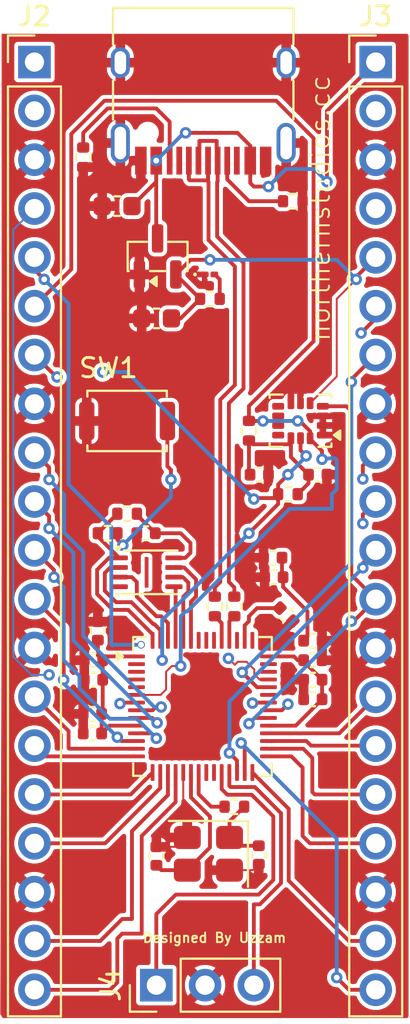
<source format=kicad_pcb>
(kicad_pcb (version 20241229) (generator "pcbnew") (generator_version "9.0")
  (layers (0 "F.Cu" signal) (4 "In1.Cu" signal) (6 "In2.Cu" signal) (8 "In3.Cu" signal) (10 "In4.Cu" signal) (2 "B.Cu" signal) (13 "F.Paste" user) (15 "B.Paste" user) (5 "F.SilkS" user "F.Silkscreen") (7 "B.SilkS" user "B.Silkscreen") (1 "F.Mask" user) (3 "B.Mask" user) (25 "Edge.Cuts" user))
  (net 0 "")
  (net 1 "GND")
  (net 2 "+3V3")
  (net 3 "+1V1")
  (net 4 "VBUS")
  (net 5 "XIN")
  (net 6 "Net-(C16-Pad2)")
  (net 7 "Net-(D1-A)")
  (net 8 "USB D+")
  (net 9 "USB D-")
  (net 10 "Net-(J1-CC2)")
  (net 11 "Net-(J1-CC1)")
  (net 12 "GPIO15")
  (net 13 "GPIO10")
  (net 14 "GPIO14")
  (net 15 "GPIO6")
  (net 16 "GPIO0")
  (net 17 "GPIO8")
  (net 18 "GPIO2")
  (net 19 "GPIO13")
  (net 20 "GPIO3")
  (net 21 "GPIO1")
  (net 22 "GPIO11")
  (net 23 "GPIO12")
  (net 24 "GPIO7")
  (net 25 "GPIO5")
  (net 26 "GPIO4")
  (net 27 "GPIO9")
  (net 28 "GPIO26_ADC0")
  (net 29 "GPIO20")
  (net 30 "GPIO21")
  (net 31 "GPIO19")
  (net 32 "RUN")
  (net 33 "GPIO27_ADC1")
  (net 34 "GPIO22")
  (net 35 "GPIO24")
  (net 36 "GPIO16")
  (net 37 "GPIO23")
  (net 38 "GPIO18")
  (net 39 "GPIO29_ADC3")
  (net 40 "GPIO28_ADC2")
  (net 41 "GPIO17")
  (net 42 "SWD")
  (net 43 "SWCLK")
  (net 44 "Net-(U1-USB_DP)")
  (net 45 "Net-(U1-USB_DM)")
  (net 46 "XOUT")
  (net 47 "Net-(R6-Pad2)")
  (net 48 "QSPI_SS")
  (net 49 "QSPI_SD0")
  (net 50 "QSPI_SD2")
  (net 52 "QSPI_SD3")
  (net 53 "QSPI_SCLK")
  (net 54 "QSPI_SD1")
  (footprint "Capacitor_SMD:C_0402_1005Metric" (layer "F.Cu") (at 138.712 127.762 180)
    (property "Reference" "C4" (hide yes))
    (property "Value" "0.1uF" (hide yes))
  )
  (footprint "Package_LGA:LGA-14_3x2.5mm_P0.5mm_LayoutBorder3x4y" (layer "F.Cu") (at 138.0685 114.288 180)
    (property "Reference" "U4" (hide yes))
    (property "Value" "LSM6DS3" (hide yes))
  )
  (footprint "Capacitor_SMD:C_0402_1005Metric" (layer "F.Cu") (at 127.282 127.762 180)
    (property "Reference" "C3" (hide yes))
    (property "Value" "0.1uF" (hide yes))
  )
  (footprint "Resistor_SMD:R_0402_1005Metric" (layer "F.Cu") (at 134.622 134.366)
    (property "Reference" "R5" (hide yes))
    (property "Value" "1K" (hide yes))
  )
  (footprint "Package_TO_SOT_SMD:SOT-23" (layer "F.Cu") (at 130.622 105.7425 90)
    (property "Reference" "U5" (hide yes))
    (property "Value" "MCP1700x-330xxTT" (hide yes))
  )
  (footprint "Capacitor_SMD:C_0402_1005Metric" (layer "F.Cu") (at 130.02 120.142 180)
    (property "Reference" "C17" (hide yes))
    (property "Value" "0.1uF" (hide yes))
  )
  (footprint "Connector_PinHeader_2.54mm:PinHeader_1x03_P2.54mm_Vertical" (layer "F.Cu") (at 130.556 143.651 90)
    (property "Reference" "J4")
    (property "Value" "Conn_01x03" (hide yes))
  )
  (footprint "Connector_USB:USB_C_Receptacle_HRO_TYPE-C-31-M-12" (layer "F.Cu") (at 133 96.714 180)
    (property "Reference" "J1" (hide yes))
    (property "Value" "USB_C_Receptacle_USB2.0_14P" (hide yes))
  )
  (footprint "Capacitor_SMD:C_0402_1005Metric" (layer "F.Cu") (at 127.508 125.222 90)
    (property "Reference" "C6" (hide yes))
    (property "Value" "0.1uF" (hide yes))
  )
  (footprint "Capacitor_SMD:C_0402_1005Metric" (layer "F.Cu") (at 137.328589 124.374589 -45)
    (property "Reference" "C7" (hide yes))
    (property "Value" "0.1uF" (hide yes))
  )
  (footprint "Capacitor_SMD:C_0402_1005Metric" (layer "F.Cu") (at 127.226 129.54 180)
    (property "Reference" "C5" (hide yes))
    (property "Value" "0.1uF" (hide yes))
  )
  (footprint "Crystal:Crystal_SMD_3225-4Pin_3.2x2.5mm" (layer "F.Cu") (at 133.27 136.818 180)
    (property "Reference" "Y1" (hide yes))
    (property "Value" "12MHz Crystal" (hide yes))
  )
  (footprint "Capacitor_SMD:C_0402_1005Metric" (layer "F.Cu") (at 135.894 136.878 90)
    (property "Reference" "C16" (hide yes))
    (property "Value" "33pF" (hide yes))
  )
  (footprint "Resistor_SMD:R_0402_1005Metric" (layer "F.Cu") (at 126.746 100.586 -90)
    (property "Reference" "R2" (hide yes))
    (property "Value" "5.1K" (hide yes))
  )
  (footprint "Package_SON:Winbond_USON-8-1EP_3x2mm_P0.5mm_EP0.2x1.6mm" (layer "F.Cu") (at 130.048 122.174)
    (property "Reference" "U3" (hide yes))
    (property "Value" "W25Q16JVZPIQ TR" (hide yes))
  )
  (footprint "Capacitor_SMD:C_0402_1005Metric" (layer "F.Cu") (at 138.712 128.778 180)
    (property "Reference" "C9" (hide yes))
    (property "Value" "0.1uF" (hide yes))
  )
  (footprint "Button_Switch_SMD:SW_Push_SPST_NO_Alps_SKRK" (layer "F.Cu") (at 129.032 114.3)
    (property "Reference" "SW1")
    (property "Value" "SW_Push")
  )
  (footprint "Capacitor_SMD:C_0402_1005Metric" (layer "F.Cu") (at 138.966 117.094 180)
    (property "Reference" "C19" (hide yes))
    (property "Value" "0.1uF" (hide yes))
  )
  (footprint "Connector_PinHeader_2.54mm:PinHeader_1x20_P2.54mm_Vertical" (layer "F.Cu") (at 141.986 95.631)
    (property "Reference" "J3")
    (property "Value" "Conn_01x20" (hide yes))
  )
  (footprint "Capacitor_SMD:C_0402_1005Metric" (layer "F.Cu") (at 135.918 117.094)
    (property "Reference" "C18" (hide yes))
    (property "Value" "0.1uF" (hide yes))
  )
  (footprint "Capacitor_SMD:C_0402_1005Metric" (layer "F.Cu") (at 136.68 122.428 180)
    (property "Reference" "C12" (hide yes))
    (property "Value" "0.1uF" (hide yes))
  )
  (footprint "Resistor_SMD:R_0402_1005Metric" (layer "F.Cu") (at 137.666 102.87)
    (property "Reference" "R1" (hide yes))
    (property "Value" "5.1K" (hide yes))
  )
  (footprint "Resistor_SMD:R_0402_1005Metric" (layer "F.Cu") (at 133.348 107.95)
    (property "Reference" "R10" (hide yes))
    (property "Value" "1K" (hide yes))
  )
  (footprint "Connector_PinHeader_2.54mm:PinHeader_1x20_P2.54mm_Vertical" (layer "F.Cu") (at 124.206 95.631)
    (property "Reference" "J2")
    (property "Value" "Conn_01x20" (hide yes))
  )
  (footprint "Capacitor_SMD:C_0402_1005Metric" (layer "F.Cu") (at 127.282 126.746 180)
    (property "Reference" "C2" (hide yes))
    (property "Value" "0.1uF" (hide yes))
  )
  (footprint "Resistor_SMD:R_0402_1005Metric" (layer "F.Cu") (at 135.382 114.806 90)
    (property "Reference" "R8" (hide yes))
    (property "Value" "4.7K" (hide yes))
  )
  (footprint "LED_SMD:LED_01005_0402Metric" (layer "F.Cu") (at 133.329 106.68)
    (property "Reference" "D1" (hide yes))
    (property "Value" "LED" (hide yes))
  )
  (footprint "Capacitor_SMD:C_0603_1608Metric" (layer "F.Cu") (at 130.569 108.966 180)
    (property "Reference" "C14" (hide yes))
    (property "Value" "10uF" (hide yes))
  )
  (footprint "rp2040devboard:hackclub logo" (layer "F.Cu") (at 128.524 139.446)
    (property "Reference" "G***" (hide yes))
    (property "Value" "LOGO" (hide yes))
  )
  (footprint "Resistor_SMD:R_0402_1005Metric" (layer "F.Cu") (at 137.412 118.11)
    (property "Reference" "R9" (hide yes))
    (property "Value" "4.7K" (hide yes))
  )
  (footprint "Capacitor_SMD:C_0603_1608Metric" (layer "F.Cu") (at 128.511 103.124)
    (property "Reference" "C13" (hide yes))
    (property "Value" "10uF" (hide yes))
  )
  (footprint "Resistor_SMD:R_0402_1005Metric" (layer "F.Cu") (at 128.018 120.142)
    (property "Reference" "R6" (hide yes))
    (property "Value" "1K" (hide yes))
  )
  (footprint "Capacitor_SMD:C_0402_1005Metric" (layer "F.Cu") (at 138.712 126.746)
    (property "Reference" "C1" (hide yes))
    (property "Value" "1uF" (hide yes))
  )
  (footprint "Capacitor_SMD:C_0402_1005Metric" (layer "F.Cu") (at 130.56 136.934 -90)
    (property "Reference" "C15" (hide yes))
    (property "Value" "33pF" (hide yes))
  )
  (footprint "Capacitor_SMD:C_0402_1005Metric" (layer "F.Cu") (at 127.226 130.556 180)
    (property "Reference" "C8" (hide yes))
    (property "Value" "0.1uF" (hide yes))
  )
  (footprint "Resistor_SMD:R_0402_1005Metric" (layer "F.Cu") (at 133.604 123.95 -90)
    (property "Reference" "R3" (hide yes))
    (property "Value" "27" (hide yes))
  )
  (footprint "Package_DFN_QFN:QFN-56-1EP_7x7mm_P0.4mm_EP3.2x3.2mm" (layer "F.Cu") (at 132.9605 129.1505)
    (property "Reference" "U1" (hide yes))
    (property "Value" "RP2040" (hide yes))
  )
  (footprint "Capacitor_SMD:C_0402_1005Metric" (layer "F.Cu") (at 136.624 121.412 180)
    (property "Reference" "C11" (hide yes))
    (property "Value" "0.1uF" (hide yes))
  )
  (footprint "Capacitor_SMD:C_0402_1005Metric" (layer "F.Cu") (at 138.712 125.73)
    (property "Reference" "C10" (hide yes))
    (property "Value" "1uF" (hide yes))
  )
  (footprint "Resistor_SMD:R_0402_1005Metric" (layer "F.Cu") (at 134.62 123.95 -90)
    (property "Reference" "R4" (hide yes))
    (property "Value" "27" (hide yes))
  )
  (footprint "Resistor_SMD:R_0402_1005Metric" (layer "F.Cu") (at 129.034 119.126 180)
    (property "Reference" "R7" (hide yes))
    (property "Value" "10K" (hide yes))
  )
  (gr_rect (start 122.596 94.261) (end 143.596 145.261) (stroke (width 0.2)) (fill no) (layer "F.Cu") (net 1))
  (gr_text "Designed By Uzzam" (at 129.794 141.478 0) (layer "F.SilkS") (effects (font (size 0.5 0.5) (thickness 0.1)) (justify left bottom)))
  (gr_text "northernstudios.cc" (at 139.6785 110.236 90) (layer "F.SilkS") (effects (font (size 1 1) (thickness 0.1)) (justify left bottom)))
  (segment (start 131.9605 135.7585) (end 132.17 135.968) (width 0.1) (layer "F.Cu") (net 1))
  (segment (start 134.37 137.668) (end 135.584 137.668) (width 0.1) (layer "F.Cu") (net 1))
  (segment (start 130.56 136.454) (end 131.684 136.454) (width 0.1) (layer "F.Cu") (net 1))
  (segment (start 131.9605 132.588) (end 131.9605 135.7585) (width 0.1) (layer "F.Cu") (net 1))
  (segment (start 135.584 137.668) (end 135.894 137.358) (width 0.1) (layer "F.Cu") (net 1))
  (segment (start 131.684 136.454) (end 132.17 135.968) (width 0.1) (layer "F.Cu") (net 1))
  (segment (start 132.334 105.918) (end 133.35 105.918) (width 0.2) (layer "F.Cu") (net 2))
  (segment (start 129.544 119.186) (end 130.5 120.142) (width 0.2) (layer "F.Cu") (net 2))
  (segment (start 138.486 117.094) (end 137.5685 116.1765) (width 0.2) (layer "F.Cu") (net 2))
  (segment (start 131.572 106.68) (end 131.572 106.684) (width 0.2) (layer "F.Cu") (net 2))
  (segment (start 135.382 117.038) (end 135.438 117.094) (width 0.2) (layer "F.Cu") (net 2))
  (segment (start 131.822 108.966) (end 132.838 107.95) (width 0.2) (layer "F.Cu") (net 2))
  (segment (start 127.762 126.746) (end 127.9585 126.5495) (width 0.2) (layer "F.Cu") (net 2))
  (segment (start 138.232 126.802) (end 139.192 127.762) (width 0.2) (layer "F.Cu") (net 2))
  (segment (start 139.954 107.95) (end 140.97 106.934) (width 0.1) (layer "F.Cu") (net 2))
  (segment (start 135.806822 124.035178) (end 135.382 124.46) (width 0.2) (layer "F.Cu") (net 2))
  (segment (start 129.523 130.1505) (end 128.1115 130.1505) (width 0.2) (layer "F.Cu") (net 2))
  (segment (start 135.382 124.714) (end 135.1605 124.9355) (width 0.2) (layer "F.Cu") (net 2))
  (segment (start 127.762 126.746) (end 127.762 127.762) (width 0.2) (layer "F.Cu") (net 2))
  (segment (start 138.232 126.746) (end 138.232 126.802) (width 0.2) (layer "F.Cu") (net 2))
  (segment (start 132.068 121.424) (end 131.473 121.424) (width 0.2) (layer "F.Cu") (net 2))
  (segment (start 138.486 117.094) (end 138.486 117.546) (width 0.2) (layer "F.Cu") (net 2))
  (segment (start 137.7255 126.5495) (end 136.398 126.5495) (width 0.2) (layer "F.Cu") (net 2))
  (segment (start 132.334 120.65) (end 132.334 121.158) (width 0.2) (layer "F.Cu") (net 2))
  (segment (start 139.192 127.762) (end 139.192 128.778) (width 0.2) (layer "F.Cu") (net 2))
  (segment (start 130.5 120.142) (end 131.826 120.142) (width 0.2) (layer "F.Cu") (net 2))
  (segment (start 127.508 126.492) (end 127.762 126.746) (width 0.2) (layer "F.Cu") (net 2))
  (segment (start 140.97 106.807) (end 141.986 105.791) (width 0.2) (layer "F.Cu") (net 2))
  (segment (start 135.1605 124.9355) (end 135.1605 125.713) (width 0.2) (layer "F.Cu") (net 2))
  (segment (start 127.9585 126.5495) (end 129.523 126.5495) (width 0.2) (layer "F.Cu") (net 2))
  (segment (start 135.58 115.514) (end 137.567499 115.514) (width 0.2) (layer "F.Cu") (net 2))
  (segment (start 132.334 121.158) (end 132.068 121.424) (width 0.2) (layer "F.Cu") (net 2))
  (segment (start 128.1115 130.1505) (end 127.706 130.556) (width 0.2) (layer "F.Cu") (net 2))
  (segment (start 135.382 115.316) (end 135.58 115.514) (width 0.2) (layer "F.Cu") (net 2))
  (segment (start 131.344 108.966) (end 131.822 108.966) (width 0.2) (layer "F.Cu") (net 2))
  (segment (start 137.5685 115.512999) (end 137.5685 115.2005) (width 0.2) (layer "F.Cu") (net 2))
  (segment (start 131.572 106.68) (end 132.334 105.918) (width 0.2) (layer "F.Cu") (net 2))
  (segment (start 139.954 111.99) (end 139.954 107.95) (width 0.1) (layer "F.Cu") (net 2))
  (segment (start 140.97 106.934) (end 140.97 106.807) (width 0.2) (layer "F.Cu") (net 2))
  (segment (start 136.398 130.1505) (end 137.8195 130.1505) (width 0.2) (layer "F.Cu") (net 2))
  (segment (start 129.544 119.126) (end 129.544 119.186) (width 0.2) (layer "F.Cu") (net 2))
  (segment (start 138.232 126.746) (end 137.922 126.746) (width 0.2) (layer "F.Cu") (net 2))
  (segment (start 137.922 126.746) (end 137.7255 126.5495) (width 0.2) (layer "F.Cu") (net 2))
  (segment (start 131.572 106.684) (end 132.838 107.95) (width 0.2) (layer "F.Cu") (net 2))
  (segment (start 127.762 129.484) (end 127.706 129.54) (width 0.2) (layer "F.Cu") (net 2))
  (segment (start 135.382 124.46) (end 135.382 124.714) (width 0.2) (layer "F.Cu") (net 2))
  (segment (start 127.508 125.702) (end 127.508 126.492) (width 0.2) (layer "F.Cu") (net 2))
  (segment (start 137.5685 116.1765) (end 137.5685 115.2005) (width 0.2) (layer "F.Cu") (net 2))
  (segment (start 137.567499 115.514) (end 137.5685 115.512999) (width 0.2) (layer "F.Cu") (net 2))
  (segment (start 131.826 120.142) (end 132.334 120.65) (width 0.2) (layer "F.Cu") (net 2))
  (segment (start 138.5685 113.3755) (end 139.954 111.99) (width 0.1) (layer "F.Cu") (net 2))
  (segment (start 138.486 117.546) (end 137.922 118.11) (width 0.2) (layer "F.Cu") (net 2))
  (segment (start 136.989178 124.035178) (end 135.806822 124.035178) (width 0.2) (layer "F.Cu") (net 2))
  (segment (start 127.762 127.762) (end 127.762 129.484) (width 0.2) (layer "F.Cu") (net 2))
  (segment (start 135.382 115.316) (end 135.382 117.038) (width 0.2) (layer "F.Cu") (net 2))
  (segment (start 137.8195 130.1505) (end 139.192 128.778) (width 0.2) (layer "F.Cu") (net 2))
  (segment (start 127.706 130.556) (end 127.706 129.54) (width 0.2) (layer "F.Cu") (net 2))
  (via (at 133.35 105.918) (size 0.6) (drill 0.3) (layers "F.Cu" "B.Cu") (net 2))
  (via (at 140.97 106.934) (size 0.6) (drill 0.3) (layers "F.Cu" "B.Cu") (net 2))
  (segment (start 139.954 105.918) (end 140.97 106.934) (width 0.2) (layer "B.Cu") (net 2))
  (segment (start 133.35 105.918) (end 139.954 105.918) (width 0.2) (layer "B.Cu") (net 2))
  (segment (start 138.43 124.206) (end 138.43 125.532) (width 0.2) (layer "F.Cu") (net 3))
  (segment (start 137.104 122.372) (end 137.16 122.428) (width 0.2) (layer "F.Cu") (net 3))
  (segment (start 137.16 122.428) (end 137.16 122.936) (width 0.2) (layer "F.Cu") (net 3))
  (segment (start 138.43 125.532) (end 138.232 125.73) (width 0.2) (layer "F.Cu") (net 3))
  (segment (start 137.104 121.412) (end 137.104 122.372) (width 0.2) (layer "F.Cu") (net 3))
  (segment (start 137.16 122.936) (end 138.43 124.206) (width 0.2) (layer "F.Cu") (net 3))
  (segment (start 136.398 102.108) (end 135.636 102.108) (width 0.2) (layer "F.Cu") (net 4))
  (segment (start 135.45 100.759) (end 135.45 99.982) (width 0.2) (layer "F.Cu") (net 4))
  (segment (start 130.55 104.733) (end 130.622 104.805) (width 0.2) (layer "F.Cu") (net 4))
  (segment (start 141.986 95.631) (end 139.446 98.171) (width 0.2) (layer "F.Cu") (net 4))
  (segment (start 130.55 100.759) (end 130.55 104.733) (width 0.2) (layer "F.Cu") (net 4))
  (segment (start 129.286 103.124) (end 130.55 101.86) (width 0.2) (layer "F.Cu") (net 4))
  (segment (start 135.45 99.982) (end 134.782 99.314) (width 0.2) (layer "F.Cu") (net 4))
  (segment (start 130.55 101.86) (end 130.55 100.759) (width 0.2) (layer "F.Cu") (net 4))
  (segment (start 139.446 98.171) (end 139.446 101.854) (width 0.2) (layer "F.Cu") (net 4))
  (segment (start 135.45 101.922) (end 135.45 100.759) (width 0.2) (layer "F.Cu") (net 4))
  (segment (start 134.782 99.314) (end 132.08 99.314) (width 0.2) (layer "F.Cu") (net 4))
  (segment (start 135.636 102.108) (end 135.45 101.922) (width 0.2) (layer "F.Cu") (net 4))
  (via (at 130.55 100.759) (size 0.6) (drill 0.3) (layers "F.Cu" "B.Cu") (net 4))
  (via (at 132.08 99.314) (size 0.6) (drill 0.3) (layers "F.Cu" "B.Cu") (net 4))
  (via (at 139.446 101.854) (size 0.6) (drill 0.3) (layers "F.Cu" "B.Cu") (net 4))
  (via (at 136.398 102.108) (size 0.6) (drill 0.3) (layers "F.Cu" "B.Cu") (net 4))
  (segment (start 139.446 101.854) (end 138.787 101.195) (width 0.2) (layer "B.Cu") (net 4))
  (segment (start 132.08 99.314) (end 131.995 99.314) (width 0.2) (layer "B.Cu") (net 4))
  (segment (start 131.995 99.314) (end 130.55 100.759) (width 0.2) (layer "B.Cu") (net 4))
  (segment (start 137.311 101.195) (end 136.398 102.108) (width 0.2) (layer "B.Cu") (net 4))
  (segment (start 138.787 101.195) (end 137.311 101.195) (width 0.2) (layer "B.Cu") (net 4))
  (segment (start 130.814 137.668) (end 130.56 137.414) (width 0.2) (layer "F.Cu") (net 5))
  (segment (start 133.35 134.874) (end 132.3605 133.8845) (width 0.2) (layer "F.Cu") (net 5))
  (segment (start 133.35 136.488) (end 133.35 134.874) (width 0.2) (layer "F.Cu") (net 5))
  (segment (start 132.17 137.668) (end 130.814 137.668) (width 0.2) (layer "F.Cu") (net 5))
  (segment (start 132.17 137.668) (end 133.35 136.488) (width 0.2) (layer "F.Cu") (net 5))
  (segment (start 132.3605 133.8845) (end 132.3605 132.588) (width 0.2) (layer "F.Cu") (net 5))
  (segment (start 135.894 136.398) (end 134.8 136.398) (width 0.2) (layer "F.Cu") (net 6))
  (segment (start 134.37 135.128) (end 135.132 134.366) (width 0.2) (layer "F.Cu") (net 6))
  (segment (start 134.37 135.968) (end 134.37 135.128) (width 0.2) (layer "F.Cu") (net 6))
  (segment (start 134.8 136.398) (end 134.37 135.968) (width 0.2) (layer "F.Cu") (net 6))
  (segment (start 133.858 106.934) (end 133.858 107.95) (width 0.2) (layer "F.Cu") (net 7))
  (segment (start 133.579 106.68) (end 133.604 106.68) (width 0.2) (layer "F.Cu") (net 7))
  (segment (start 133.604 106.68) (end 133.858 106.934) (width 0.2) (layer "F.Cu") (net 7))
  (segment (start 134.649 106.265198) (end 133.275 104.891198) (width 0.2) (layer "F.Cu") (net 8))
  (segment (start 133.25 100.759) (end 133.25 101.736) (width 0.2) (layer "F.Cu") (net 8))
  (segment (start 133.887 119.313172) (end 133.887 113.190802) (width 0.2) (layer "F.Cu") (net 8))
  (segment (start 133.887 113.190802) (end 134.649 112.428802) (width 0.2) (layer "F.Cu") (net 8))
  (segment (start 133.887 119.459602) (end 133.887 119.313172) (width 0.2) (layer "F.Cu") (net 8))
  (segment (start 133.604 122.959999) (end 133.887 122.676999) (width 0.2) (layer "F.Cu") (net 8))
  (segment (start 132.25 101.736) (end 132.25 100.759) (width 0.2) (layer "F.Cu") (net 8))
  (segment (start 133.25 101.846501) (end 133.25 100.759) (width 0.2) (layer "F.Cu") (net 8))
  (segment (start 133.604 123.44) (end 133.604 122.959999) (width 0.2) (layer "F.Cu") (net 8))
  (segment (start 133.887 122.676999) (end 133.887 119.459602) (width 0.2) (layer "F.Cu") (net 8))
  (segment (start 133.201 101.785) (end 132.299 101.785) (width 0.2) (layer "F.Cu") (net 8))
  (segment (start 133.25 101.736) (end 133.201 101.785) (width 0.2) (layer "F.Cu") (net 8))
  (segment (start 133.275 104.891198) (end 133.275 101.871501) (width 0.2) (layer "F.Cu") (net 8))
  (segment (start 133.275 101.871501) (end 133.25 101.846501) (width 0.2) (layer "F.Cu") (net 8))
  (segment (start 132.299 101.785) (end 132.25 101.736) (width 0.2) (layer "F.Cu") (net 8))
  (segment (start 134.649 112.428802) (end 134.649 106.265198) (width 0.2) (layer "F.Cu") (net 8))
  (segment (start 135.099 106.078802) (end 135.099 106.842232) (width 0.2) (layer "F.Cu") (net 9))
  (segment (start 135.099 106.842232) (end 135.099 107.354736) (width 0.2) (layer "F.Cu") (net 9))
  (segment (start 133.75 100.759) (end 133.75 100.222) (width 0.2) (layer "F.Cu") (net 9))
  (segment (start 134.337 118.776263) (end 134.337 113.377198) (width 0.2) (layer "F.Cu") (net 9))
  (segment (start 134.796619 112.917578) (end 135.099 112.615198) (width 0.2) (layer "F.Cu") (net 9))
  (segment (start 132.799 99.733) (end 132.799 100.195) (width 0.2) (layer "F.Cu") (net 9))
  (segment (start 133.75 100.222) (end 133.701 100.173) (width 0.2) (layer "F.Cu") (net 9))
  (segment (start 132.799 100.195) (end 132.75 100.244) (width 0.2) (layer "F.Cu") (net 9))
  (segment (start 133.75 101.846501) (end 133.725 101.871501) (width 0.2) (layer "F.Cu") (net 9))
  (segment (start 133.75 100.759) (end 133.75 101.846501) (width 0.2) (layer "F.Cu") (net 9))
  (segment (start 134.62 123.44) (end 134.62 122.959999) (width 0.2) (layer "F.Cu") (net 9))
  (segment (start 133.725 101.871501) (end 133.725 104.704802) (width 0.2) (layer "F.Cu") (net 9))
  (segment (start 133.725 104.704802) (end 135.099 106.078802) (width 0.2) (layer "F.Cu") (net 9))
  (segment (start 133.701 99.733) (end 132.799 99.733) (width 0.2) (layer "F.Cu") (net 9))
  (segment (start 134.62 122.959999) (end 134.337 122.676999) (width 0.2) (layer "F.Cu") (net 9))
  (segment (start 134.337 121.231282) (end 134.337 118.776263) (width 0.2) (layer "F.Cu") (net 9))
  (segment (start 134.337 121.247552) (end 134.337 121.231282) (width 0.2) (layer "F.Cu") (net 9))
  (segment (start 133.701 100.173) (end 133.701 99.733) (width 0.2) (layer "F.Cu") (net 9))
  (segment (start 135.099 112.615198) (end 135.099 107.354736) (width 0.2) (layer "F.Cu") (net 9))
  (segment (start 134.337 122.676999) (end 134.337 121.247552) (width 0.2) (layer "F.Cu") (net 9))
  (segment (start 134.337 113.377198) (end 134.796619 112.917578) (width 0.2) (layer "F.Cu") (net 9))
  (segment (start 132.75 100.244) (end 132.75 100.759) (width 0.2) (layer "F.Cu") (net 9))
  (segment (start 130.556 98.044) (end 131.25 98.738) (width 0.2) (layer "F.Cu") (net 10))
  (segment (start 126.746 99.314) (end 128.016 98.044) (width 0.2) (layer "F.Cu") (net 10))
  (segment (start 131.25 98.738) (end 131.25 100.759) (width 0.2) (layer "F.Cu") (net 10))
  (segment (start 126.746 100.076) (end 126.746 99.314) (width 0.2) (layer "F.Cu") (net 10))
  (segment (start 128.016 98.044) (end 130.556 98.044) (width 0.2) (layer "F.Cu") (net 10))
  (segment (start 134.25 101.736) (end 134.25 100.759) (width 0.2) (layer "F.Cu") (net 11))
  (segment (start 137.156 102.87) (end 135.384 102.87) (width 0.2) (layer "F.Cu") (net 11))
  (segment (start 135.384 102.87) (end 134.25 101.736) (width 0.2) (layer "F.Cu") (net 11))
  (segment (start 129.794 135.89) (end 129.794 140.97) (width 0.2) (layer "F.Cu") (net 12))
  (segment (start 128.143 143.891) (end 124.206 143.891) (width 0.2) (layer "F.Cu") (net 12))
  (segment (start 131.5605 134.1235) (end 129.794 135.89) (width 0.2) (layer "F.Cu") (net 12))
  (segment (start 129.794 140.97) (end 128.778 140.97) (width 0.2) (layer "F.Cu") (net 12))
  (segment (start 128.778 140.97) (end 128.524 141.224) (width 0.2) (layer "F.Cu") (net 12))
  (segment (start 128.524 143.51) (end 128.143 143.891) (width 0.2) (layer "F.Cu") (net 12))
  (segment (start 128.524 141.224) (end 128.524 143.51) (width 0.2) (layer "F.Cu") (net 12))
  (segment (start 131.5605 132.588) (end 131.5605 134.1235) (width 0.2) (layer "F.Cu") (net 12))
  (segment (start 125.984 131.318) (end 125.984 130.429) (width 0.2) (layer "F.Cu") (net 13))
  (segment (start 125.984 130.429) (end 124.206 128.651) (width 0.2) (layer "F.Cu") (net 13))
  (segment (start 129.523 131.3505) (end 126.0165 131.3505) (width 0.2) (layer "F.Cu") (net 13))
  (segment (start 126.0165 131.3505) (end 125.984 131.318) (width 0.2) (layer "F.Cu") (net 13))
  (segment (start 128.778 140.208) (end 127.635 141.351) (width 0.2) (layer "F.Cu") (net 14))
  (segment (start 131.1605 132.588) (end 131.1605 133.7615) (width 0.2) (layer "F.Cu") (net 14))
  (segment (start 129.286 135.636) (end 129.286 140.208) (width 0.2) (layer "F.Cu") (net 14))
  (segment (start 127.635 141.351) (end 124.206 141.351) (width 0.2) (layer "F.Cu") (net 14))
  (segment (start 131.1605 133.7615) (end 129.286 135.636) (width 0.2) (layer "F.Cu") (net 14))
  (segment (start 129.286 140.208) (end 128.778 140.208) (width 0.2) (layer "F.Cu") (net 14))
  (segment (start 124.968 117.348) (end 124.968 116.713) (width 0.2) (layer "F.Cu") (net 15))
  (segment (start 130.535854 129.179325) (end 130.364679 129.3505) (width 0.2) (layer "F.Cu") (net 15))
  (segment (start 130.364679 129.3505) (end 129.523 129.3505) (width 0.2) (layer "F.Cu") (net 15))
  (segment (start 124.968 116.713) (end 124.206 115.951) (width 0.2) (layer "F.Cu") (net 15))
  (segment (start 130.81 129.179325) (end 130.535854 129.179325) (width 0.2) (layer "F.Cu") (net 15))
  (via (at 130.81 129.179325) (size 0.6) (drill 0.3) (layers "F.Cu" "B.Cu") (net 15))
  (via (at 124.968 117.348) (size 0.6) (drill 0.3) (layers "F.Cu" "B.Cu") (net 15))
  (segment (start 126.746 125.476) (end 126.746 121.0989) (width 0.2) (layer "B.Cu") (net 15))
  (segment (start 130.81 129.179325) (end 130.449325 129.179325) (width 0.2) (layer "B.Cu") (net 15))
  (segment (start 126.746 121.0989) (end 125.75955 120.11245) (width 0.2) (layer "B.Cu") (net 15))
  (segment (start 130.449325 129.179325) (end 126.746 125.476) (width 0.2) (layer "B.Cu") (net 15))
  (segment (start 125.75955 120.11245) (end 125.75955 118.13955) (width 0.2) (layer "B.Cu") (net 15))
  (segment (start 125.75955 118.13955) (end 124.968 117.348) (width 0.2) (layer "B.Cu") (net 15))
  (segment (start 129.523 130.5505) (end 130.2965 130.5505) (width 0.2) (layer "F.Cu") (net 17))
  (segment (start 125.222 122.047) (end 124.206 121.031) (width 0.2) (layer "F.Cu") (net 17))
  (segment (start 130.2965 130.5505) (end 130.556 130.81) (width 0.2) (layer "F.Cu") (net 17))
  (segment (start 125.222 122.428) (end 125.222 122.047) (width 0.2) (layer "F.Cu") (net 17))
  (via (at 130.556 130.81) (size 0.6) (drill 0.3) (layers "F.Cu" "B.Cu") (net 17))
  (via (at 125.222 122.428) (size 0.6) (drill 0.3) (layers "F.Cu" "B.Cu") (net 17))
  (segment (start 128.27 129.794) (end 128.1346 129.794) (width 0.2) (layer "B.Cu") (net 17))
  (segment (start 126.5513 128.2107) (end 126.5513 127.5673) (width 0.2) (layer "B.Cu") (net 17))
  (segment (start 126.5513 127.5673) (end 125.73 126.746) (width 0.2) (layer "B.Cu") (net 17))
  (segment (start 125.73 126.746) (end 125.73 122.936) (width 0.2) (layer "B.Cu") (net 17))
  (segment (start 128.1346 129.794) (end 126.5513 128.2107) (width 0.2) (layer "B.Cu") (net 17))
  (segment (start 125.73 122.936) (end 125.222 122.428) (width 0.2) (layer "B.Cu") (net 17))
  (segment (start 130.556 130.81) (end 129.54 129.794) (width 0.2) (layer "B.Cu") (net 17))
  (segment (start 129.54 129.794) (end 128.27 129.794) (width 0.2) (layer "B.Cu") (net 17))
  (via (at 124.968 127.508) (size 0.6) (drill 0.3) (layers "F.Cu" "B.Cu") (net 18))
  (segment (start 123.105 104.352) (end 123.105 126.56705) (width 0.1) (layer "B.Cu") (net 18))
  (segment (start 123.105 126.56705) (end 124.04595 127.508) (width 0.1) (layer "B.Cu") (net 18))
  (segment (start 124.206 103.251) (end 123.105 104.352) (width 0.1) (layer "B.Cu") (net 18))
  (segment (start 124.04595 127.508) (end 124.968 127.508) (width 0.1) (layer "B.Cu") (net 18))
  (segment (start 127.889 136.271) (end 124.206 136.271) (width 0.2) (layer "F.Cu") (net 19))
  (segment (start 130.7605 133.3995) (end 127.889 136.271) (width 0.2) (layer "F.Cu") (net 19))
  (segment (start 130.7605 132.588) (end 130.7605 133.3995) (width 0.2) (layer "F.Cu") (net 19))
  (segment (start 124.206 105.791) (end 124.206 106.426) (width 0.2) (layer "F.Cu") (net 20))
  (segment (start 124.206 106.426) (end 124.714 106.934) (width 0.2) (layer "F.Cu") (net 20))
  (via (at 129.7605 125.943343) (size 0.4) (drill 0.3) (layers "F.Cu" "B.Cu") (net 20))
  (via (at 124.714 106.934) (size 0.6) (drill 0.3) (layers "F.Cu" "B.Cu") (net 20))
  (segment (start 124.714 106.934) (end 125.984 108.204) (width 0.2) (layer "B.Cu") (net 20))
  (segment (start 128.27 125.984) (end 128.310657 125.943343) (width 0.2) (layer "B.Cu") (net 20))
  (segment (start 125.984 108.204) (end 125.984 117.602) (width 0.2) (layer "B.Cu") (net 20))
  (segment (start 128.211265 119.829265) (end 128.211265 125.925265) (width 0.2) (layer "B.Cu") (net 20))
  (segment (start 125.984 117.602) (end 128.211265 119.829265) (width 0.2) (layer "B.Cu") (net 20))
  (segment (start 128.310657 125.943343) (end 129.7605 125.943343) (width 0.2) (layer "B.Cu") (net 20))
  (segment (start 128.211265 125.925265) (end 128.27 125.984) (width 0.2) (layer "B.Cu") (net 20))
  (segment (start 124.7655 131.7505) (end 124.206 131.191) (width 0.2) (layer "F.Cu") (net 22))
  (segment (start 129.523 131.7505) (end 124.7655 131.7505) (width 0.2) (layer "F.Cu") (net 22))
  (segment (start 130.3605 132.588) (end 129.2175 133.731) (width 0.2) (layer "F.Cu") (net 23))
  (segment (start 129.2175 133.731) (end 124.206 133.731) (width 0.2) (layer "F.Cu") (net 23))
  (segment (start 130.34503 129.7505) (end 130.599265 130.004735) (width 0.2) (layer "F.Cu") (net 24))
  (segment (start 129.523 129.7505) (end 130.34503 129.7505) (width 0.2) (layer "F.Cu") (net 24))
  (segment (start 124.968 119.253) (end 124.206 118.491) (width 0.2) (layer "F.Cu") (net 24))
  (segment (start 124.968 119.888) (end 124.968 119.253) (width 0.2) (layer "F.Cu") (net 24))
  (via (at 130.599265 130.004735) (size 0.6) (drill 0.3) (layers "F.Cu" "B.Cu") (net 24))
  (via (at 124.968 119.888) (size 0.6) (drill 0.3) (layers "F.Cu" "B.Cu") (net 24))
  (segment (start 126.238 125.73) (end 126.238 122.682) (width 0.2) (layer "B.Cu") (net 24))
  (segment (start 126.238 122.682) (end 126.238 121.158) (width 0.2) (layer "B.Cu") (net 24))
  (segment (start 130.512735 130.004735) (end 126.238 125.73) (width 0.2) (layer "B.Cu") (net 24))
  (segment (start 130.599265 130.004735) (end 130.512735 130.004735) (width 0.2) (layer "B.Cu") (net 24))
  (segment (start 126.238 121.158) (end 124.968 119.888) (width 0.2) (layer "B.Cu") (net 24))
  (segment (start 138.0685 115.2005) (end 138.0685 115.82797) (width 0.2) (layer "F.Cu") (net 25))
  (segment (start 125.349 112.014) (end 124.206 110.871) (width 0.2) (layer "F.Cu") (net 25))
  (segment (start 136.902 118.364) (end 136.85 118.312) (width 0.2) (layer "F.Cu") (net 25))
  (segment (start 125.384 112.014) (end 125.349 112.014) (width 0.2) (layer "F.Cu") (net 25))
  (segment (start 136.902 118.364) (end 136.902 118.622) (width 0.2) (layer "F.Cu") (net 25))
  (segment (start 136.902 118.11) (end 136.902 118.364) (width 0.2) (layer "F.Cu") (net 25))
  (segment (start 129.523 128.9505) (end 128.71414 128.9505) (width 0.2) (layer "F.Cu") (net 25))
  (segment (start 138.0685 115.82797) (end 138.358882 116.118352) (width 0.2) (layer "F.Cu") (net 25))
  (segment (start 135.688 118.312) (end 135.636 118.364) (width 0.2) (layer "F.Cu") (net 25))
  (segment (start 137.414 117.094) (end 136.902 117.606) (width 0.2) (layer "F.Cu") (net 25))
  (segment (start 128.71414 128.9505) (end 128.662055 129.002585) (width 0.2) (layer "F.Cu") (net 25))
  (segment (start 136.902 117.606) (end 136.902 118.11) (width 0.2) (layer "F.Cu") (net 25))
  (segment (start 136.902 118.622) (end 135.382 120.142) (width 0.2) (layer "F.Cu") (net 25))
  (segment (start 136.85 118.312) (end 135.688 118.312) (width 0.2) (layer "F.Cu") (net 25))
  (via (at 137.414 117.094) (size 0.6) (drill 0.3) (layers "F.Cu" "B.Cu") (net 25))
  (via (at 128.662055 129.002585) (size 0.6) (drill 0.3) (layers "F.Cu" "B.Cu") (net 25))
  (via (at 125.384 112.014) (size 0.6) (drill 0.3) (layers "F.Cu" "B.Cu") (net 25))
  (via (at 135.382 120.142) (size 0.6) (drill 0.3) (layers "F.Cu" "B.Cu") (net 25))
  (via (at 135.636 118.364) (size 0.6) (drill 0.3) (layers "F.Cu" "B.Cu") (net 25))
  (via (at 127.762 111.76) (size 0.6) (drill 0.3) (layers "F.Cu" "B.Cu") (net 25))
  (via (at 138.358882 116.118352) (size 0.6) (drill 0.3) (layers "F.Cu" "B.Cu") (net 25))
  (via (at 130.860498 126.746) (size 0.6) (drill 0.3) (layers "F.Cu" "B.Cu") (net 25))
  (segment (start 130.860498 126.746) (end 130.860498 124.663502) (width 0.2) (layer "B.Cu") (net 25))
  (segment (start 138.358882 116.149118) (end 137.414 117.094) (width 0.2) (layer "B.Cu") (net 25))
  (segment (start 138.358882 116.118352) (end 138.358882 116.149118) (width 0.2) (layer "B.Cu") (net 25))
  (segment (start 129.032 111.76) (end 127.762 111.76) (width 0.2) (layer "B.Cu") (net 25))
  (segment (start 130.860498 124.663502) (end 135.382 120.142) (width 0.2) (layer "B.Cu") (net 25))
  (segment (start 135.636 118.364) (end 129.032 111.76) (width 0.2) (layer "B.Cu") (net 25))
  (segment (start 138.747 110.159) (end 138.747 99.588215) (width 0.2) (layer "F.Cu") (net 26))
  (segment (start 138.5685 114.836152) (end 138.032348 114.3) (width 0.2) (layer "F.Cu") (net 26))
  (segment (start 138.747 99.588215) (end 136.801785 97.643) (width 0.2) (layer "F.Cu") (net 26))
  (segment (start 127.8499 97.643) (end 126.125 99.3679) (width 0.2) (layer "F.Cu") (net 26))
  (segment (start 131.064 128.27) (end 130.7835 128.5505) (width 0.1) (layer "F.Cu") (net 26))
  (segment (start 126.125 106.412) (end 124.206 108.331) (width 0.2) (layer "F.Cu") (net 26))
  (segment (start 126.125 99.3679) (end 126.125 106.412) (width 0.2) (layer "F.Cu") (net 26))
  (segment (start 139.18808 116.294918) (end 139.18808 115.859428) (width 0.2) (layer "F.Cu") (net 26))
  (segment (start 136.801785 97.643) (end 127.8499 97.643) (width 0.2) (layer "F.Cu") (net 26))
  (segment (start 135.382 113.524) (end 138.747 110.159) (width 0.2) (layer "F.Cu") (net 26))
  (segment (start 138.032348 114.3) (end 137.922 114.3) (width 0.2) (layer "F.Cu") (net 26))
  (segment (start 131.358502 127.050498) (end 131.064 127.345) (width 0.1) (layer "F.Cu") (net 26))
  (segment (start 130.7835 128.5505) (end 129.523 128.5505) (width 0.1) (layer "F.Cu") (net 26))
  (segment (start 138.5685 115.239848) (end 138.5685 115.2005) (width 0.2) (layer "F.Cu") (net 26))
  (segment (start 135.389733 114.303733) (end 135.382 114.296) (width 0.2) (layer "F.Cu") (net 26))
  (segment (start 131.064 127.345) (end 131.064 128.27) (width 0.1) (layer "F.Cu") (net 26))
  (segment (start 139.18808 115.859428) (end 138.5685 115.239848) (width 0.2) (layer "F.Cu") (net 26))
  (segment (start 131.826 127.050498) (end 131.358502 127.050498) (width 0.1) (layer "F.Cu") (net 26))
  (segment (start 135.382 114.296) (end 135.382 113.524) (width 0.2) (layer "F.Cu") (net 26))
  (segment (start 136.111426 114.303733) (end 135.389733 114.303733) (width 0.2) (layer "F.Cu") (net 26))
  (segment (start 138.5685 115.2005) (end 138.5685 114.836152) (width 0.2) (layer "F.Cu") (net 26))
  (via (at 131.826 127.050498) (size 0.6) (drill 0.3) (layers "F.Cu" "B.Cu") (net 26))
  (via (at 137.922 114.3) (size 0.6) (drill 0.3) (layers "F.Cu" "B.Cu") (net 26))
  (via (at 139.18808 116.294918) (size 0.6) (drill 0.3) (layers "F.Cu" "B.Cu") (net 26))
  (via (at 136.111426 114.303733) (size 0.6) (drill 0.3) (layers "F.Cu" "B.Cu") (net 26))
  (segment (start 139.954 117.856) (end 139.954 116.332) (width 0.2) (layer "B.Cu") (net 26))
  (segment (start 131.826 127.050498) (end 131.826 124.46) (width 0.2) (layer "B.Cu") (net 26))
  (segment (start 137.501943 118.872) (end 139.7 118.872) (width 0.2) (layer "B.Cu") (net 26))
  (segment (start 135.983 120.390943) (end 137.501943 118.872) (width 0.2) (layer "B.Cu") (net 26))
  (segment (start 131.826 124.46) (end 132.08 124.206) (width 0.2) (layer "B.Cu") (net 26))
  (segment (start 139.7 118.11) (end 139.954 117.856) (width 0.2) (layer "B.Cu") (net 26))
  (segment (start 132.167943 124.206) (end 135.983 120.390943) (width 0.2) (layer "B.Cu") (net 26))
  (segment (start 132.08 124.206) (end 132.167943 124.206) (width 0.2) (layer "B.Cu") (net 26))
  (segment (start 139.954 116.332) (end 139.870851 116.248851) (width 0.2) (layer "B.Cu") (net 26))
  (segment (start 136.115159 114.3) (end 136.111426 114.303733) (width 0.2) (layer "B.Cu") (net 26))
  (segment (start 139.7 118.872) (end 139.7 118.11) (width 0.2) (layer "B.Cu") (net 26))
  (segment (start 137.922 114.3) (end 136.115159 114.3) (width 0.2) (layer "B.Cu") (net 26))
  (segment (start 139.870851 116.248851) (end 139.234147 116.248851) (width 0.2) (layer "B.Cu") (net 26))
  (segment (start 139.234147 116.248851) (end 139.18808 116.294918) (width 0.2) (layer "B.Cu") (net 26))
  (segment (start 129.523 130.9505) (end 128.724 130.9505) (width 0.2) (layer "F.Cu") (net 27))
  (segment (start 125.73 125.095) (end 124.206 123.571) (width 0.2) (layer "F.Cu") (net 27))
  (segment (start 125.73 127.762) (end 125.73 125.095) (width 0.2) (layer "F.Cu") (net 27))
  (segment (start 128.724 130.9505) (end 128.524 130.7505) (width 0.2) (layer "F.Cu") (net 27))
  (via (at 128.524 130.7505) (size 0.6) (drill 0.3) (layers "F.Cu" "B.Cu") (net 27))
  (via (at 125.73 127.762) (size 0.6) (drill 0.3) (layers "F.Cu" "B.Cu") (net 27))
  (segment (start 125.73 127.9565) (end 125.73 127.762) (width 0.2) (layer "B.Cu") (net 27))
  (segment (start 128.524 130.7505) (end 125.73 127.9565) (width 0.2) (layer "B.Cu") (net 27))
  (segment (start 140.716 112.268) (end 140.716 112.141) (width 0.2) (layer "F.Cu") (net 28))
  (segment (start 140.716 112.141) (end 141.986 110.871) (width 0.2) (layer "F.Cu") (net 28))
  (segment (start 135.029778 127.37793) (end 135.802347 128.1505) (width 0.2) (layer "F.Cu") (net 28))
  (segment (start 135.802347 128.1505) (end 136.398 128.1505) (width 0.2) (layer "F.Cu") (net 28))
  (via (at 140.716 112.268) (size 0.6) (drill 0.3) (layers "F.Cu" "B.Cu") (net 28))
  (via (at 135.029778 127.37793) (size 0.6) (drill 0.3) (layers "F.Cu" "B.Cu") (net 28))
  (segment (start 140.716 121.691705) (end 140.716 112.268) (width 0.2) (layer "B.Cu") (net 28))
  (segment (start 135.029778 127.37793) (end 135.029778 127.377927) (width 0.2) (layer "B.Cu") (net 28))
  (segment (start 135.029778 127.377927) (end 140.716 121.691705) (width 0.2) (layer "B.Cu") (net 28))
  (segment (start 138.6161 131.191) (end 138.3756 130.9505) (width 0.2) (layer "F.Cu") (net 29))
  (segment (start 138.3756 130.9505) (end 136.398 130.9505) (width 0.2) (layer "F.Cu") (net 29))
  (segment (start 141.986 131.191) (end 138.6161 131.191) (width 0.2) (layer "F.Cu") (net 29))
  (segment (start 140.0865 130.5505) (end 141.986 128.651) (width 0.2) (layer "F.Cu") (net 30))
  (segment (start 136.398 130.5505) (end 140.0865 130.5505) (width 0.2) (layer "F.Cu") (net 30))
  (segment (start 138.2085 131.3505) (end 136.398 131.3505) (width 0.2) (layer "F.Cu") (net 31))
  (segment (start 138.811 133.731) (end 138.684 133.604) (width 0.2) (layer "F.Cu") (net 31))
  (segment (start 138.684 133.604) (end 138.684 131.826) (width 0.2) (layer "F.Cu") (net 31))
  (segment (start 138.684 131.826) (end 138.2085 131.3505) (width 0.2) (layer "F.Cu") (net 31))
  (segment (start 141.986 133.731) (end 138.811 133.731) (width 0.2) (layer "F.Cu") (net 31))
  (segment (start 134.7605 132.588) (end 134.7605 131.9665) (width 0.2) (layer "F.Cu") (net 32))
  (segment (start 134.7605 131.9665) (end 134.366 131.572) (width 0.2) (layer "F.Cu") (net 32))
  (segment (start 141.316 121.940235) (end 141.316 121.701) (width 0.2) (layer "F.Cu") (net 32))
  (segment (start 141.316 121.701) (end 141.986 121.031) (width 0.2) (layer "F.Cu") (net 32))
  (via (at 134.366 131.572) (size 0.6) (drill 0.3) (layers "F.Cu" "B.Cu") (net 32))
  (via (at 141.316 121.940235) (size 0.6) (drill 0.3) (layers "F.Cu" "B.Cu") (net 32))
  (segment (start 134.366 131.572) (end 134.366 128.890235) (width 0.2) (layer "B.Cu") (net 32))
  (segment (start 134.366 128.890235) (end 141.316 121.940235) (width 0.2) (layer "B.Cu") (net 32))
  (segment (start 141.986 108.331) (end 141.986 108.966) (width 0.2) (layer "F.Cu") (net 33))
  (segment (start 135.933436 127.7505) (end 135.6595 127.476564) (width 0.1) (layer "F.Cu") (net 33))
  (segment (start 135.25801 126.82693) (end 134.801546 126.82693) (width 0.1) (layer "F.Cu") (net 33))
  (segment (start 134.801546 126.82693) (end 134.644517 126.98396) (width 0.1) (layer "F.Cu") (net 33))
  (segment (start 134.644517 126.98396) (end 134.311057 126.6505) (width 0.1) (layer "F.Cu") (net 33))
  (segment (start 136.398 127.7505) (end 135.933436 127.7505) (width 0.1) (layer "F.Cu") (net 33))
  (segment (start 135.6595 127.22842) (end 135.25801 126.82693) (width 0.1) (layer "F.Cu") (net 33))
  (segment (start 135.6595 127.476564) (end 135.6595 127.22842) (width 0.1) (layer "F.Cu") (net 33))
  (segment (start 141.986 108.966) (end 141.224 109.728) (width 0.2) (layer "F.Cu") (net 33))
  (via (at 134.311057 126.6505) (size 0.6) (drill 0.3) (layers "F.Cu" "B.Cu") (net 33))
  (via (at 141.224 109.728) (size 0.6) (drill 0.3) (layers "F.Cu" "B.Cu") (net 33))
  (segment (start 135.6795 129.7505) (end 135.382 130.048) (width 0.2) (layer "F.Cu") (net 34))
  (segment (start 140.716 124.714) (end 140.843 124.714) (width 0.2) (layer "F.Cu") (net 34))
  (segment (start 140.716 113.792) (end 140.716 122.301) (width 0.2) (layer "F.Cu") (net 34))
  (segment (start 136.398 129.7505) (end 135.6795 129.7505) (width 0.2) (layer "F.Cu") (net 34))
  (segment (start 139.231 113.538) (end 140.462 113.538) (width 0.2) (layer "F.Cu") (net 34))
  (segment (start 140.843 124.714) (end 141.986 123.571) (width 0.2) (layer "F.Cu") (net 34))
  (segment (start 140.462 113.538) (end 140.716 113.792) (width 0.2) (layer "F.Cu") (net 34))
  (segment (start 140.716 122.301) (end 141.986 123.571) (width 0.2) (layer "F.Cu") (net 34))
  (via (at 140.716 124.714) (size 0.6) (drill 0.3) (layers "F.Cu" "B.Cu") (net 34))
  (via (at 135.382 130.048) (size 0.6) (drill 0.3) (layers "F.Cu" "B.Cu") (net 34))
  (segment (start 135.382 130.048) (end 140.716 124.714) (width 0.2) (layer "B.Cu") (net 34))
  (segment (start 141.316 117.318992) (end 141.316 116.621) (width 0.2) (layer "F.Cu") (net 35))
  (segment (start 135.592094 128.9505) (end 135.564744 128.97785) (width 0.2) (layer "F.Cu") (net 35))
  (segment (start 136.398 128.9505) (end 135.592094 128.9505) (width 0.2) (layer "F.Cu") (net 35))
  (segment (start 141.316 116.621) (end 141.986 115.951) (width 0.2) (layer "F.Cu") (net 35))
  (via (at 135.564744 128.97785) (size 0.6) (drill 0.3) (layers "F.Cu" "B.Cu") (net 35))
  (via (at 141.316 117.318992) (size 0.6) (drill 0.3) (layers "F.Cu" "B.Cu") (net 35))
  (segment (start 135.1605 131.238779) (end 134.975283 131.053562) (width 0.2) (layer "F.Cu") (net 36))
  (segment (start 139.954 143.256) (end 140.589 143.891) (width 0.2) (layer "F.Cu") (net 36))
  (segment (start 140.589 143.891) (end 141.986 143.891) (width 0.2) (layer "F.Cu") (net 36))
  (segment (start 135.1605 132.588) (end 135.1605 131.238779) (width 0.2) (layer "F.Cu") (net 36))
  (via (at 139.954 143.256) (size 0.6) (drill 0.3) (layers "F.Cu" "B.Cu") (net 36))
  (via (at 134.975283 131.053562) (size 0.6) (drill 0.3) (layers "F.Cu" "B.Cu") (net 36))
  (segment (start 139.954 136.032279) (end 139.954 143.256) (width 0.2) (layer "B.Cu") (net 36))
  (segment (start 134.975283 131.053562) (end 139.954 136.032279) (width 0.2) (layer "B.Cu") (net 36))
  (segment (start 137.0955 129.3505) (end 137.414 129.032) (width 0.2) (layer "F.Cu") (net 37))
  (segment (start 141.316 119.634) (end 141.316 119.161) (width 0.2) (layer "F.Cu") (net 37))
  (segment (start 136.398 129.3505) (end 137.0955 129.3505) (width 0.2) (layer "F.Cu") (net 37))
  (segment (start 141.316 119.161) (end 141.986 118.491) (width 0.2) (layer "F.Cu") (net 37))
  (via (at 141.316 119.634) (size 0.6) (drill 0.3) (layers "F.Cu" "B.Cu") (net 37))
  (via (at 137.414 129.032) (size 0.6) (drill 0.3) (layers "F.Cu" "B.Cu") (net 37))
  (segment (start 137.5925 131.7505) (end 136.398 131.7505) (width 0.2) (layer "F.Cu") (net 38))
  (segment (start 138.557 136.271) (end 138.176 135.89) (width 0.2) (layer "F.Cu") (net 38))
  (segment (start 138.176 132.334) (end 137.5925 131.7505) (width 0.2) (layer "F.Cu") (net 38))
  (segment (start 141.986 136.271) (end 138.557 136.271) (width 0.2) (layer "F.Cu") (net 38))
  (segment (start 138.176 135.89) (end 138.176 132.334) (width 0.2) (layer "F.Cu") (net 38))
  (segment (start 137.454 134.4815) (end 137.454 138.216) (width 0.2) (layer "F.Cu") (net 41))
  (segment (start 137.454 138.216) (end 140.589 141.351) (width 0.2) (layer "F.Cu") (net 41))
  (segment (start 135.5605 132.588) (end 137.454 134.4815) (width 0.2) (layer "F.Cu") (net 41))
  (segment (start 140.589 141.351) (end 141.986 141.351) (width 0.2) (layer "F.Cu") (net 41))
  (segment (start 135.9491 139.446) (end 137.053 138.3421) (width 0.2) (layer "F.Cu") (net 42))
  (segment (start 134.3605 133.2854) (end 134.3605 132.588) (width 0.2) (layer "F.Cu") (net 42))
  (segment (start 135.6891 133.344) (end 134.4191 133.344) (width 0.2) (layer "F.Cu") (net 42))
  (segment (start 135.636 143.651) (end 135.636 139.446) (width 0.2) (layer "F.Cu") (net 42))
  (segment (start 137.053 134.7079) (end 135.6891 133.344) (width 0.2) (layer "F.Cu") (net 42))
  (segment (start 134.4191 133.344) (end 134.3605 133.2854) (width 0.2) (layer "F.Cu") (net 42))
  (segment (start 137.053 138.3421) (end 137.053 134.7079) (width 0.2) (layer "F.Cu") (net 42))
  (segment (start 135.636 139.446) (end 135.9491 139.446) (width 0.2) (layer "F.Cu") (net 42))
  (segment (start 135.523 133.745) (end 134.253 133.745) (width 0.2) (layer "F.Cu") (net 43))
  (segment (start 130.556 143.651) (end 130.556 139.954) (width 0.2) (layer "F.Cu") (net 43))
  (segment (start 135.89 138.938) (end 136.652 138.176) (width 0.2) (layer "F.Cu") (net 43))
  (segment (start 131.572 138.938) (end 135.89 138.938) (width 0.2) (layer "F.Cu") (net 43))
  (segment (start 136.652 138.176) (end 136.652 134.874) (width 0.2) (layer "F.Cu") (net 43))
  (segment (start 133.9605 133.4525) (end 133.9605 132.588) (width 0.2) (layer "F.Cu") (net 43))
  (segment (start 136.652 134.874) (end 135.523 133.745) (width 0.2) (layer "F.Cu") (net 43))
  (segment (start 130.556 139.954) (end 131.572 138.938) (width 0.2) (layer "F.Cu") (net 43))
  (segment (start 134.253 133.745) (end 133.9605 133.4525) (width 0.2) (layer "F.Cu") (net 43))
  (segment (start 133.604 124.46) (end 133.9605 124.8165) (width 0.2) (layer "F.Cu") (net 44))
  (segment (start 133.9605 124.8165) (end 133.9605 125.713) (width 0.2) (layer "F.Cu") (net 44))
  (segment (start 134.62 124.46) (end 134.3605 124.7195) (width 0.2) (layer "F.Cu") (net 45))
  (segment (start 134.3605 124.899153) (end 134.3605 125.240823) (width 0.2) (layer "F.Cu") (net 45))
  (segment (start 134.3605 125.240823) (end 134.3605 125.713) (width 0.2) (layer "F.Cu") (net 45))
  (segment (start 134.3605 124.7195) (end 134.3605 124.899153) (width 0.2) (layer "F.Cu") (net 45))
  (segment (start 132.7605 133.7174) (end 132.7605 132.588) (width 0.2) (layer "F.Cu") (net 46))
  (segment (start 134.112 134.366) (end 133.4091 134.366) (width 0.2) (layer "F.Cu") (net 46))
  (segment (start 133.4091 134.366) (end 132.7605 133.7174) (width 0.2) (layer "F.Cu") (net 46))
  (segment (start 131.132 116.654) (end 131.132 114.3) (width 0.2) (layer "F.Cu") (net 47))
  (segment (start 131.318 116.84) (end 131.132 116.654) (width 0.2) (layer "F.Cu") (net 47))
  (segment (start 128.528 120.48047) (end 128.812265 120.764735) (width 0.2) (layer "F.Cu") (net 47))
  (segment (start 128.528 120.142) (end 128.528 120.48047) (width 0.2) (layer "F.Cu") (net 47))
  (segment (start 131.318 117.348) (end 131.318 116.84) (width 0.2) (layer "F.Cu") (net 47))
  (via (at 131.318 117.348) (size 0.6) (drill 0.3) (layers "F.Cu" "B.Cu") (net 47))
  (via (at 128.812265 120.764735) (size 0.6) (drill 0.3) (layers "F.Cu" "B.Cu") (net 47))
  (segment (start 128.812265 120.764735) (end 131.318 118.259) (width 0.2) (layer "B.Cu") (net 47))
  (segment (start 131.318 118.259) (end 131.318 117.348) (width 0.2) (layer "B.Cu") (net 47))
  (segment (start 128.090102 121.424) (end 127.471 122.043102) (width 0.2) (layer "F.Cu") (net 48))
  (segment (start 128.294652 124.12855) (end 129.09035 124.12855) (width 0.2) (layer "F.Cu") (net 48))
  (segment (start 130.3605 125.3987) (end 130.3605 125.713) (width 0.2) (layer "F.Cu") (net 48))
  (segment (start 127.471 122.043102) (end 127.471 123.304898) (width 0.2) (layer "F.Cu") (net 48))
  (segment (start 127.508 120.142) (end 127.508 120.309) (width 0.2) (layer "F.Cu") (net 48))
  (segment (start 129.09035 124.12855) (end 130.3605 125.3987) (width 0.2) (layer "F.Cu") (net 48))
  (segment (start 127.508 120.309) (end 128.623 121.424) (width 0.2) (layer "F.Cu") (net 48))
  (segment (start 128.524 119.126) (end 127.508 120.142) (width 0.2) (layer "F.Cu") (net 48))
  (segment (start 127.471 123.304898) (end 128.294652 124.12855) (width 0.2) (layer "F.Cu") (net 48))
  (segment (start 128.623 121.424) (end 128.090102 121.424) (width 0.2) (layer "F.Cu") (net 48))
  (segment (start 131.473 122.924) (end 131.5605 123.0115) (width 0.2) (layer "F.Cu") (net 49))
  (segment (start 131.5605 123.0115) (end 131.5605 125.713) (width 0.2) (layer "F.Cu") (net 49))
  (segment (start 131.1605 124.8105) (end 131.1605 125.713) (width 0.2) (layer "F.Cu") (net 50))
  (segment (start 129.54 122.682) (end 129.54 123.444) (width 0.2) (layer "F.Cu") (net 50))
  (segment (start 129.282 122.424) (end 129.54 122.682) (width 0.2) (layer "F.Cu") (net 50))
  (segment (start 129.54 123.444) (end 130.556 124.46) (width 0.2) (layer "F.Cu") (net 50))
  (segment (start 128.623 122.424) (end 129.282 122.424) (width 0.2) (layer "F.Cu") (net 50))
  (segment (start 130.81 124.46) (end 131.1605 124.8105) (width 0.2) (layer "F.Cu") (net 50))
  (segment (start 130.556 124.46) (end 130.81 124.46) (width 0.2) (layer "F.Cu") (net 50))
  (segment (start 132.625 122.543102) (end 132.625 123.4345) (width 0.2) (layer "F.Cu") (net 52))
  (segment (start 132.625 123.4345) (end 132.3605 123.699) (width 0.2) (layer "F.Cu") (net 52))
  (segment (start 132.3605 123.699) (end 132.3605 125.713) (width 0.2) (layer "F.Cu") (net 52))
  (segment (start 131.473 121.924) (end 132.005898 121.924) (width 0.2) (layer "F.Cu") (net 52))
  (segment (start 132.005898 121.924) (end 132.625 122.543102) (width 0.2) (layer "F.Cu") (net 52))
  (segment (start 132.224 122.709202) (end 132.224 123.1815) (width 0.2) (layer "F.Cu") (net 53))
  (segment (start 132.224 123.1815) (end 131.9605 123.445) (width 0.2) (layer "F.Cu") (net 53))
  (segment (start 131.938798 122.424) (end 132.224 122.709202) (width 0.2) (layer "F.Cu") (net 53))
  (segment (start 131.473 122.424) (end 131.938798 122.424) (width 0.2) (layer "F.Cu") (net 53))
  (segment (start 131.9605 123.445) (end 131.9605 125.713) (width 0.2) (layer "F.Cu") (net 53))
  (segment (start 127.872 122.209202) (end 128.157202 121.924) (width 0.2) (layer "F.Cu") (net 54))
  (segment (start 128.157202 121.924) (end 128.623 121.924) (width 0.2) (layer "F.Cu") (net 54))
  (segment (start 129.25645 123.72755) (end 128.460752 123.72755) (width 0.2) (layer "F.Cu") (net 54))
  (segment (start 130.453324 124.87055) (end 130.39945 124.87055) (width 0.2) (layer "F.Cu") (net 54))
  (segment (start 128.460752 123.72755) (end 127.872 123.138798) (width 0.2) (layer "F.Cu") (net 54))
  (segment (start 130.39945 124.87055) (end 129.25645 123.72755) (width 0.2) (layer "F.Cu") (net 54))
  (segment (start 130.7605 125.713) (end 130.7605 125.177726) (width 0.2) (layer "F.Cu") (net 54))
  (segment (start 130.7605 125.177726) (end 130.453324 124.87055) (width 0.2) (layer "F.Cu") (net 54))
  (segment (start 127.872 123.138798) (end 127.872 122.209202) (width 0.2) (layer "F.Cu") (net 54))
  (zone (net 1) (net_name "GND") (layer "F.Cu") (priority 3) (connect_pads (clearance 0.2)) (min_thickness 0.25) (fill yes (thermal_gap 0.2) (thermal_bridge_width 0.5))
    (polygon (pts (xy 122.596 94.261) (xy 143.596 94.261) (xy 143.596 145.261) (xy 122.596 145.261)))
  )
  (zone (net 1) (net_name "GND") (layer "F.Cu") (priority 2) (connect_pads (clearance 0.5)) (min_thickness 0.25) (fill yes (thermal_gap 0.5) (thermal_bridge_width 0.5))
    (polygon (pts (xy 122.596 94.261) (xy 143.596 94.261) (xy 143.596 145.261) (xy 122.428 145.261)))
  )
)
</source>
